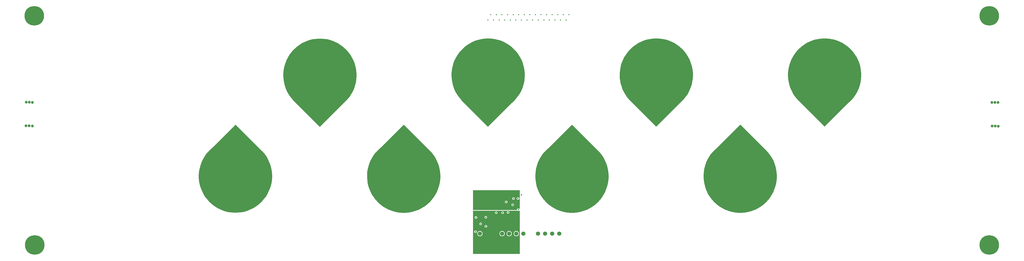
<source format=gbr>
%TF.GenerationSoftware,Altium Limited,Altium Designer,24.4.1 (13)*%
G04 Layer_Physical_Order=3*
G04 Layer_Color=3707366*
%FSLAX45Y45*%
%MOMM*%
%TF.SameCoordinates,4FF739F8-A24E-4C84-90D3-729B67262028*%
%TF.FilePolarity,Positive*%
%TF.FileFunction,Copper,L3,Inr,Signal*%
%TF.Part,Single*%
G01*
G75*
%TA.AperFunction,ComponentPad*%
%ADD19C,6.99999*%
%ADD20C,1.50800*%
%TA.AperFunction,ViaPad*%
%ADD22C,1.00000*%
%ADD24C,0.40000*%
%ADD25C,0.50000*%
G36*
X31419275Y12137722D02*
X31521158Y12121585D01*
X31621463Y12097504D01*
X31719571Y12065627D01*
X31814874Y12026151D01*
X31906787Y11979320D01*
X31994739Y11925421D01*
X32078195Y11864788D01*
X32156635Y11797794D01*
X32229575Y11724853D01*
X32296570Y11646413D01*
X32357202Y11562958D01*
X32411102Y11475004D01*
X32457932Y11383092D01*
X32497409Y11287789D01*
X32529285Y11189683D01*
X32553366Y11089378D01*
X32569504Y10987492D01*
X32577597Y10884655D01*
Y10784456D01*
X32570404Y10687480D01*
X32556055Y10591301D01*
X32534634Y10496448D01*
X32506253Y10403439D01*
X32471069Y10312784D01*
X32429276Y10224980D01*
X32381100Y10140509D01*
X32326810Y10059833D01*
X32266699Y9983394D01*
X32201099Y9911611D01*
X32130368Y9844877D01*
X32092633Y9814218D01*
X31272412Y8994000D01*
X31271213Y8992942D01*
X31269791Y8990272D01*
X31264844Y8986784D01*
X31262201Y8986391D01*
X31250967Y8989931D01*
X30301898Y9939000D01*
X30298700Y9944359D01*
X30271155Y9974306D01*
X30219876Y10037498D01*
X30172610Y10103745D01*
X30129535Y10172791D01*
X30090823Y10244373D01*
X30056616Y10318215D01*
X30027048Y10394034D01*
X30002234Y10471538D01*
X29982266Y10550430D01*
X29967221Y10630408D01*
X29957162Y10711164D01*
X29952121Y10792388D01*
Y10884655D01*
X29960214Y10987492D01*
X29976352Y11089378D01*
X30000433Y11189683D01*
X30032309Y11287789D01*
X30071786Y11383092D01*
X30118616Y11475004D01*
X30172516Y11562958D01*
X30233148Y11646413D01*
X30300143Y11724853D01*
X30373083Y11797794D01*
X30451523Y11864788D01*
X30534979Y11925421D01*
X30622931Y11979320D01*
X30714844Y12026151D01*
X30810147Y12065627D01*
X30908255Y12097504D01*
X31008560Y12121585D01*
X31110443Y12137722D01*
X31213281Y12145816D01*
X31316437D01*
X31419275Y12137722D01*
D02*
G37*
G36*
X25386775D02*
X25488660Y12121585D01*
X25588965Y12097504D01*
X25687073Y12065627D01*
X25782373Y12026151D01*
X25874286Y11979320D01*
X25962241Y11925421D01*
X26045694Y11864788D01*
X26124136Y11797794D01*
X26197076Y11724853D01*
X26264072Y11646413D01*
X26324704Y11562958D01*
X26378601Y11475004D01*
X26425433Y11383092D01*
X26464908Y11287789D01*
X26496786Y11189683D01*
X26520868Y11089378D01*
X26537003Y10987492D01*
X26545099Y10884655D01*
Y10784456D01*
X26537906Y10687480D01*
X26523557Y10591301D01*
X26502133Y10496448D01*
X26473752Y10403439D01*
X26438568Y10312784D01*
X26396774Y10224980D01*
X26348602Y10140509D01*
X26294312Y10059833D01*
X26234198Y9983394D01*
X26168600Y9911611D01*
X26097870Y9844877D01*
X26060132Y9814218D01*
X25239914Y8994000D01*
X25238715Y8992942D01*
X25237289Y8990272D01*
X25232344Y8986784D01*
X25229703Y8986391D01*
X25218468Y8989931D01*
X24269400Y9939000D01*
X24266202Y9944359D01*
X24238655Y9974306D01*
X24187376Y10037498D01*
X24140109Y10103745D01*
X24097037Y10172791D01*
X24058322Y10244373D01*
X24024117Y10318215D01*
X23994548Y10394034D01*
X23969733Y10471538D01*
X23949767Y10550430D01*
X23934723Y10630408D01*
X23924661Y10711164D01*
X23919621Y10792388D01*
Y10884655D01*
X23927715Y10987492D01*
X23943852Y11089378D01*
X23967934Y11189683D01*
X23999809Y11287789D01*
X24039285Y11383092D01*
X24086118Y11475004D01*
X24140016Y11562958D01*
X24200648Y11646413D01*
X24267644Y11724853D01*
X24340585Y11797794D01*
X24419025Y11864788D01*
X24502480Y11925421D01*
X24590433Y11979320D01*
X24682346Y12026151D01*
X24777647Y12065627D01*
X24875755Y12097504D01*
X24976060Y12121585D01*
X25077945Y12137722D01*
X25180782Y12145816D01*
X25283937D01*
X25386775Y12137722D01*
D02*
G37*
G36*
X19360712Y12135611D02*
X19462598Y12119474D01*
X19562901Y12095393D01*
X19661009Y12063516D01*
X19756313Y12024040D01*
X19848224Y11977209D01*
X19936179Y11923310D01*
X20019632Y11862677D01*
X20098071Y11795683D01*
X20171014Y11722742D01*
X20238008Y11644302D01*
X20298640Y11560847D01*
X20352539Y11472893D01*
X20399371Y11380981D01*
X20438847Y11285678D01*
X20470723Y11187572D01*
X20494804Y11087267D01*
X20510941Y10985381D01*
X20519035Y10882544D01*
Y10782345D01*
X20511842Y10685369D01*
X20497495Y10589190D01*
X20476071Y10494337D01*
X20447690Y10401328D01*
X20412506Y10310673D01*
X20370712Y10222869D01*
X20322539Y10138398D01*
X20268246Y10057722D01*
X20208138Y9981283D01*
X20142537Y9909500D01*
X20071806Y9842766D01*
X20034068Y9812107D01*
X19213850Y8991889D01*
X19212653Y8990831D01*
X19211227Y8988161D01*
X19206281Y8984673D01*
X19203641Y8984280D01*
X19192406Y8987820D01*
X18243336Y9936889D01*
X18240138Y9942248D01*
X18212592Y9972195D01*
X18161313Y10035387D01*
X18114047Y10101634D01*
X18070975Y10170680D01*
X18032260Y10242262D01*
X17998053Y10316104D01*
X17968486Y10391923D01*
X17943671Y10469427D01*
X17923703Y10548319D01*
X17908659Y10628297D01*
X17898599Y10709053D01*
X17893559Y10790277D01*
Y10882544D01*
X17901653Y10985381D01*
X17917789Y11087267D01*
X17941872Y11187572D01*
X17973747Y11285678D01*
X18013223Y11380981D01*
X18060056Y11472893D01*
X18113953Y11560847D01*
X18174586Y11644302D01*
X18241580Y11722742D01*
X18314522Y11795683D01*
X18392963Y11862677D01*
X18476416Y11923310D01*
X18564371Y11977209D01*
X18656282Y12024040D01*
X18751585Y12063516D01*
X18849692Y12095393D01*
X18949997Y12119474D01*
X19051881Y12135611D01*
X19154720Y12143705D01*
X19257875D01*
X19360712Y12135611D01*
D02*
G37*
G36*
X13332774Y12130722D02*
X13434660Y12114585D01*
X13534966Y12090504D01*
X13633072Y12058627D01*
X13728374Y12019151D01*
X13820287Y11972320D01*
X13908241Y11918421D01*
X13991695Y11857788D01*
X14070135Y11790794D01*
X14143077Y11717853D01*
X14210071Y11639413D01*
X14270705Y11555958D01*
X14324602Y11468004D01*
X14371434Y11376092D01*
X14410909Y11280789D01*
X14442786Y11182683D01*
X14466867Y11082378D01*
X14483005Y10980492D01*
X14491098Y10877655D01*
Y10777456D01*
X14483904Y10680480D01*
X14469557Y10584301D01*
X14448134Y10489448D01*
X14419753Y10396439D01*
X14384569Y10305784D01*
X14342775Y10217980D01*
X14294601Y10133509D01*
X14240311Y10052833D01*
X14180199Y9976394D01*
X14114600Y9904611D01*
X14043869Y9837877D01*
X14006133Y9807218D01*
X13185915Y8987000D01*
X13184715Y8985942D01*
X13183290Y8983272D01*
X13178345Y8979784D01*
X13175703Y8979391D01*
X13164468Y8982931D01*
X12215400Y9932000D01*
X12212202Y9937359D01*
X12184655Y9967306D01*
X12133376Y10030498D01*
X12086110Y10096745D01*
X12043037Y10165791D01*
X12004322Y10237373D01*
X11970116Y10311215D01*
X11940548Y10387034D01*
X11915733Y10464538D01*
X11895766Y10543430D01*
X11880723Y10623408D01*
X11870662Y10704164D01*
X11865622Y10785388D01*
Y10877655D01*
X11873715Y10980492D01*
X11889852Y11082378D01*
X11913933Y11182683D01*
X11945810Y11280789D01*
X11985286Y11376092D01*
X12032117Y11468004D01*
X12086016Y11555958D01*
X12146649Y11639413D01*
X12213643Y11717853D01*
X12286585Y11790794D01*
X12365025Y11857788D01*
X12448479Y11918421D01*
X12536433Y11972320D01*
X12628345Y12019151D01*
X12723648Y12058627D01*
X12821754Y12090504D01*
X12922060Y12114585D01*
X13023946Y12130722D01*
X13126782Y12138816D01*
X13229938D01*
X13332774Y12130722D01*
D02*
G37*
G36*
X20332191Y6700000D02*
X20341156Y6691003D01*
X20338828Y6029363D01*
X20326118Y6026858D01*
X20325648Y6027990D01*
X20312990Y6040649D01*
X20296451Y6047500D01*
X20278549D01*
X20262010Y6040649D01*
X20249352Y6027990D01*
X20242500Y6011451D01*
Y5993549D01*
X20240128Y5990000D01*
X18667500D01*
Y6700000D01*
X20332191Y6700000D01*
D02*
G37*
G36*
X20337500Y4415000D02*
X18662500D01*
Y5817500D01*
Y5962500D01*
X20266479D01*
X20278549Y5957500D01*
X20296451D01*
X20308521Y5962500D01*
X20337500D01*
Y4415000D01*
D02*
G37*
G36*
X10162571Y9049320D02*
X10164711Y9047180D01*
X11113780Y8098111D01*
X11116978Y8092752D01*
X11144525Y8062804D01*
X11195803Y7999612D01*
X11243070Y7933366D01*
X11286143Y7864320D01*
X11324857Y7792738D01*
X11359064Y7718896D01*
X11388631Y7643077D01*
X11413446Y7565573D01*
X11433414Y7486680D01*
X11448457Y7406703D01*
X11458518Y7325947D01*
X11463558Y7244723D01*
Y7204033D01*
Y7152456D01*
X11455464Y7049618D01*
X11439327Y6947733D01*
X11415246Y6847428D01*
X11383369Y6749322D01*
X11343894Y6654019D01*
X11297062Y6562107D01*
X11243164Y6474152D01*
X11182531Y6390698D01*
X11115537Y6312258D01*
X11042595Y6239316D01*
X10964155Y6172322D01*
X10880701Y6111689D01*
X10792747Y6057791D01*
X10700834Y6010959D01*
X10605531Y5971484D01*
X10507425Y5939607D01*
X10407120Y5915526D01*
X10305235Y5899389D01*
X10202397Y5891295D01*
X10099242D01*
X9996405Y5899389D01*
X9894520Y5915526D01*
X9794215Y5939607D01*
X9696108Y5971484D01*
X9600805Y6010959D01*
X9508893Y6057791D01*
X9420939Y6111689D01*
X9337484Y6172322D01*
X9259045Y6239316D01*
X9186103Y6312258D01*
X9119109Y6390698D01*
X9058476Y6474152D01*
X9004577Y6562107D01*
X8957746Y6654019D01*
X8918270Y6749322D01*
X8886393Y6847428D01*
X8862312Y6947733D01*
X8846175Y7049618D01*
X8838082Y7152456D01*
Y7204033D01*
Y7252655D01*
X8845275Y7349631D01*
X8859623Y7445810D01*
X8881046Y7540663D01*
X8909427Y7633672D01*
X8944611Y7724327D01*
X8986404Y7812130D01*
X9034579Y7896602D01*
X9088870Y7977278D01*
X9148980Y8053717D01*
X9214580Y8125500D01*
X9285311Y8192233D01*
X9323047Y8222892D01*
X9323048Y8222893D01*
X10143266Y9043111D01*
X10144465Y9044168D01*
X10145889Y9046839D01*
X10150836Y9050327D01*
X10156823Y9051218D01*
X10162571Y9049320D01*
D02*
G37*
G36*
X28250272Y9046209D02*
X28252414Y9044069D01*
X29201483Y8095000D01*
X29204681Y8089641D01*
X29232227Y8059693D01*
X29283505Y7996501D01*
X29330771Y7930255D01*
X29373846Y7861209D01*
X29412558Y7789627D01*
X29446765Y7715785D01*
X29476334Y7639966D01*
X29501151Y7562462D01*
X29521115Y7483569D01*
X29536160Y7403592D01*
X29546219Y7322836D01*
X29551260Y7241612D01*
Y7200922D01*
Y7149345D01*
X29543167Y7046507D01*
X29527029Y6944622D01*
X29502948Y6844317D01*
X29471072Y6746211D01*
X29431595Y6650908D01*
X29384763Y6558996D01*
X29330865Y6471041D01*
X29270233Y6387587D01*
X29203238Y6309147D01*
X29130298Y6236205D01*
X29051859Y6169211D01*
X28968402Y6108578D01*
X28880450Y6054680D01*
X28788538Y6007848D01*
X28693234Y5968373D01*
X28595126Y5936496D01*
X28494821Y5912415D01*
X28392938Y5896278D01*
X28290100Y5888184D01*
X28186945D01*
X28084106Y5896278D01*
X27982224Y5912415D01*
X27881918Y5936496D01*
X27783810Y5968373D01*
X27688507Y6007848D01*
X27596594Y6054680D01*
X27508640Y6108578D01*
X27425186Y6169211D01*
X27346747Y6236205D01*
X27273804Y6309147D01*
X27206812Y6387587D01*
X27146179Y6471041D01*
X27092279Y6558996D01*
X27045447Y6650908D01*
X27005972Y6746211D01*
X26974097Y6844317D01*
X26950015Y6944622D01*
X26933878Y7046507D01*
X26925784Y7149345D01*
Y7200922D01*
Y7249544D01*
X26932977Y7346520D01*
X26947324Y7442699D01*
X26968747Y7537552D01*
X26997128Y7630561D01*
X27032312Y7721216D01*
X27074106Y7809019D01*
X27122281Y7893491D01*
X27176572Y7974167D01*
X27236682Y8050606D01*
X27302283Y8122389D01*
X27373013Y8189122D01*
X27410751Y8219781D01*
X27410751Y8219782D01*
X28230969Y9040000D01*
X28232166Y9041057D01*
X28233591Y9043728D01*
X28238538Y9047216D01*
X28244525Y9048107D01*
X28250272Y9046209D01*
D02*
G37*
G36*
X22221039D02*
X22223180Y9044069D01*
X23172247Y8095000D01*
X23175446Y8089641D01*
X23202992Y8059693D01*
X23254271Y7996501D01*
X23301538Y7930255D01*
X23344611Y7861209D01*
X23383325Y7789627D01*
X23417532Y7715785D01*
X23447099Y7639966D01*
X23471915Y7562462D01*
X23491882Y7483569D01*
X23506924Y7403592D01*
X23516986Y7322836D01*
X23522026Y7241612D01*
Y7200922D01*
Y7149345D01*
X23513931Y7046507D01*
X23497797Y6944622D01*
X23473714Y6844317D01*
X23441838Y6746211D01*
X23402362Y6650908D01*
X23355530Y6558996D01*
X23301633Y6471041D01*
X23240999Y6387587D01*
X23174005Y6309147D01*
X23101064Y6236205D01*
X23022623Y6169211D01*
X22939169Y6108578D01*
X22851215Y6054680D01*
X22759302Y6007848D01*
X22664000Y5968373D01*
X22565894Y5936496D01*
X22465588Y5912415D01*
X22363702Y5896278D01*
X22260866Y5888184D01*
X22157710D01*
X22054874Y5896278D01*
X21952988Y5912415D01*
X21852682Y5936496D01*
X21754576Y5968373D01*
X21659273Y6007848D01*
X21567361Y6054680D01*
X21479407Y6108578D01*
X21395953Y6169211D01*
X21317513Y6236205D01*
X21244571Y6309147D01*
X21177577Y6387587D01*
X21116943Y6471041D01*
X21063046Y6558996D01*
X21016214Y6650908D01*
X20976738Y6746211D01*
X20944862Y6844317D01*
X20920779Y6944622D01*
X20904643Y7046507D01*
X20896550Y7149345D01*
Y7200922D01*
Y7249544D01*
X20903743Y7346520D01*
X20918091Y7442699D01*
X20939514Y7537552D01*
X20967896Y7630561D01*
X21003079Y7721216D01*
X21044873Y7809019D01*
X21093047Y7893491D01*
X21147337Y7974167D01*
X21207448Y8050606D01*
X21273048Y8122389D01*
X21343779Y8189122D01*
X21381516Y8219781D01*
X21381516Y8219782D01*
X22201733Y9040000D01*
X22202933Y9041057D01*
X22204356Y9043728D01*
X22209303Y9047216D01*
X22215291Y9048107D01*
X22221039Y9046209D01*
D02*
G37*
G36*
X16191805D02*
X16193945Y9044069D01*
X17143015Y8095000D01*
X17146211Y8089641D01*
X17173759Y8059693D01*
X17225037Y7996501D01*
X17272304Y7930255D01*
X17315376Y7861209D01*
X17354091Y7789627D01*
X17388298Y7715785D01*
X17417865Y7639966D01*
X17442680Y7562462D01*
X17462648Y7483569D01*
X17477692Y7403592D01*
X17487752Y7322836D01*
X17492792Y7241612D01*
Y7200922D01*
Y7149345D01*
X17484698Y7046507D01*
X17468561Y6944622D01*
X17444479Y6844317D01*
X17412604Y6746211D01*
X17373128Y6650908D01*
X17326295Y6558996D01*
X17272398Y6471041D01*
X17211765Y6387587D01*
X17144771Y6309147D01*
X17071829Y6236205D01*
X16993388Y6169211D01*
X16909935Y6108578D01*
X16821980Y6054680D01*
X16730067Y6007848D01*
X16634766Y5968373D01*
X16536659Y5936496D01*
X16436354Y5912415D01*
X16334470Y5896278D01*
X16231631Y5888184D01*
X16128476D01*
X16025639Y5896278D01*
X15923753Y5912415D01*
X15823450Y5936496D01*
X15725342Y5968373D01*
X15630038Y6007848D01*
X15538127Y6054680D01*
X15450172Y6108578D01*
X15366719Y6169211D01*
X15288280Y6236205D01*
X15215337Y6309147D01*
X15148343Y6387587D01*
X15087711Y6471041D01*
X15033810Y6558996D01*
X14986980Y6650908D01*
X14947504Y6746211D01*
X14915628Y6844317D01*
X14891547Y6944622D01*
X14875409Y7046507D01*
X14867316Y7149345D01*
Y7200922D01*
Y7249544D01*
X14874509Y7346520D01*
X14888857Y7442699D01*
X14910280Y7537552D01*
X14938661Y7630561D01*
X14973845Y7721216D01*
X15015639Y7809019D01*
X15063812Y7893491D01*
X15118105Y7974167D01*
X15178214Y8050606D01*
X15243814Y8122389D01*
X15314545Y8189122D01*
X15352281Y8219781D01*
X15352283Y8219782D01*
X16172501Y9040000D01*
X16173698Y9041057D01*
X16175124Y9043728D01*
X16180070Y9047216D01*
X16186057Y9048107D01*
X16191805Y9046209D01*
D02*
G37*
%LPC*%
G36*
X20283951Y6447500D02*
X20266049D01*
X20249510Y6440649D01*
X20236852Y6427990D01*
X20230000Y6411451D01*
Y6393549D01*
X20236852Y6377010D01*
X20249510Y6364351D01*
X20266049Y6357500D01*
X20283951D01*
X20300491Y6364351D01*
X20313148Y6377010D01*
X20320000Y6393549D01*
Y6411451D01*
X20313148Y6427990D01*
X20300491Y6440649D01*
X20283951Y6447500D01*
D02*
G37*
G36*
X20126451D02*
X20108549D01*
X20092010Y6440649D01*
X20079350Y6427990D01*
X20072501Y6411451D01*
Y6393549D01*
X20079350Y6377010D01*
X20092010Y6364351D01*
X20108549Y6357500D01*
X20126451D01*
X20142990Y6364351D01*
X20155649Y6377010D01*
X20162500Y6393549D01*
Y6411451D01*
X20155649Y6427990D01*
X20142990Y6440649D01*
X20126451Y6447500D01*
D02*
G37*
G36*
X19861452Y6322500D02*
X19843549D01*
X19827010Y6315649D01*
X19814351Y6302990D01*
X19807500Y6286451D01*
Y6268549D01*
X19814351Y6252010D01*
X19827010Y6239351D01*
X19843549Y6232500D01*
X19861452D01*
X19877991Y6239351D01*
X19890649Y6252010D01*
X19897501Y6268549D01*
Y6286451D01*
X19890649Y6302990D01*
X19877991Y6315649D01*
X19861452Y6322500D01*
D02*
G37*
G36*
X20093951Y6220000D02*
X20076048D01*
X20059509Y6213149D01*
X20046851Y6200491D01*
X20039999Y6183951D01*
Y6166049D01*
X20046851Y6149510D01*
X20059509Y6136851D01*
X20076048Y6130000D01*
X20093951D01*
X20110490Y6136851D01*
X20123149Y6149510D01*
X20130000Y6166049D01*
Y6183951D01*
X20123149Y6200491D01*
X20110490Y6213149D01*
X20093951Y6220000D01*
D02*
G37*
G36*
X19931451Y5947500D02*
X19913548D01*
X19897009Y5940649D01*
X19884351Y5927990D01*
X19877499Y5911451D01*
Y5893549D01*
X19884351Y5877010D01*
X19897009Y5864351D01*
X19913548Y5857500D01*
X19931451D01*
X19947990Y5864351D01*
X19960649Y5877010D01*
X19967500Y5893549D01*
Y5911451D01*
X19960649Y5927990D01*
X19947990Y5940649D01*
X19931451Y5947500D01*
D02*
G37*
G36*
X19731451Y5940000D02*
X19713548D01*
X19697009Y5933149D01*
X19684351Y5920490D01*
X19677499Y5903951D01*
Y5886049D01*
X19684351Y5869509D01*
X19697009Y5856851D01*
X19713548Y5850000D01*
X19731451D01*
X19747990Y5856851D01*
X19760649Y5869509D01*
X19767500Y5886049D01*
Y5903951D01*
X19760649Y5920490D01*
X19747990Y5933149D01*
X19731451Y5940000D01*
D02*
G37*
G36*
X19503951D02*
X19486049D01*
X19469510Y5933149D01*
X19456851Y5920490D01*
X19450000Y5903951D01*
Y5886049D01*
X19456851Y5869509D01*
X19469510Y5856851D01*
X19486049Y5850000D01*
X19503951D01*
X19520491Y5856851D01*
X19533150Y5869509D01*
X19539999Y5886049D01*
Y5903951D01*
X19533150Y5920490D01*
X19520491Y5933149D01*
X19503951Y5940000D01*
D02*
G37*
G36*
X19131451Y5772500D02*
X19113548D01*
X19097009Y5765649D01*
X19084351Y5752991D01*
X19077499Y5736451D01*
Y5718549D01*
X19084351Y5702010D01*
X19097009Y5689351D01*
X19113548Y5682500D01*
X19131451D01*
X19147990Y5689351D01*
X19160649Y5702010D01*
X19167500Y5718549D01*
Y5736451D01*
X19160649Y5752991D01*
X19147990Y5765649D01*
X19131451Y5772500D01*
D02*
G37*
G36*
X18776451Y5765000D02*
X18758549D01*
X18742010Y5758149D01*
X18729350Y5745490D01*
X18722501Y5728951D01*
Y5711049D01*
X18729350Y5694510D01*
X18742010Y5681851D01*
X18758549Y5675000D01*
X18776451D01*
X18792990Y5681851D01*
X18805649Y5694510D01*
X18812500Y5711049D01*
Y5728951D01*
X18805649Y5745490D01*
X18792990Y5758149D01*
X18776451Y5765000D01*
D02*
G37*
G36*
X18943951Y5537500D02*
X18926048D01*
X18909509Y5530649D01*
X18896851Y5517990D01*
X18889999Y5501451D01*
Y5483549D01*
X18896851Y5467010D01*
X18909509Y5454351D01*
X18926048Y5447500D01*
X18943951D01*
X18960490Y5454351D01*
X18973149Y5467010D01*
X18980000Y5483549D01*
Y5501451D01*
X18973149Y5517990D01*
X18960490Y5530649D01*
X18943951Y5537500D01*
D02*
G37*
G36*
X19133951Y5450000D02*
X19116049D01*
X19099510Y5443149D01*
X19086852Y5430491D01*
X19080000Y5413951D01*
Y5396049D01*
X19086852Y5379510D01*
X19099510Y5366851D01*
X19116049Y5360000D01*
X19133951D01*
X19150491Y5366851D01*
X19163148Y5379510D01*
X19170000Y5396049D01*
Y5413951D01*
X19163148Y5430491D01*
X19150491Y5443149D01*
X19133951Y5450000D01*
D02*
G37*
G36*
X18763951Y5255000D02*
X18746049D01*
X18729510Y5248149D01*
X18716850Y5235490D01*
X18710001Y5218951D01*
Y5201049D01*
X18716850Y5184510D01*
X18729510Y5171851D01*
X18746049Y5165000D01*
X18763951D01*
X18780492Y5171851D01*
X18793149Y5184510D01*
X18800000Y5201049D01*
Y5218951D01*
X18793149Y5235490D01*
X18780492Y5248149D01*
X18763951Y5255000D01*
D02*
G37*
G36*
X20226060Y5237900D02*
X20200941D01*
X20176677Y5231398D01*
X20154922Y5218839D01*
X20137161Y5201077D01*
X20124602Y5179323D01*
X20118100Y5155060D01*
Y5129940D01*
X20124602Y5105677D01*
X20137161Y5083923D01*
X20154922Y5066161D01*
X20176677Y5053602D01*
X20200941Y5047100D01*
X20226060D01*
X20250323Y5053602D01*
X20272076Y5066161D01*
X20289839Y5083923D01*
X20302399Y5105677D01*
X20308900Y5129940D01*
Y5155060D01*
X20302399Y5179323D01*
X20289839Y5201077D01*
X20272076Y5218839D01*
X20250323Y5231398D01*
X20226060Y5237900D01*
D02*
G37*
G36*
X19972060D02*
X19946941D01*
X19922678Y5231398D01*
X19900923Y5218839D01*
X19883160Y5201077D01*
X19870602Y5179323D01*
X19864101Y5155060D01*
Y5129940D01*
X19870602Y5105677D01*
X19883160Y5083923D01*
X19900923Y5066161D01*
X19922678Y5053602D01*
X19946941Y5047100D01*
X19972060D01*
X19996323Y5053602D01*
X20018077Y5066161D01*
X20035838Y5083923D01*
X20048399Y5105677D01*
X20054900Y5129940D01*
Y5155060D01*
X20048399Y5179323D01*
X20035838Y5201077D01*
X20018077Y5218839D01*
X19996323Y5231398D01*
X19972060Y5237900D01*
D02*
G37*
G36*
X19718060D02*
X19692941D01*
X19668677Y5231398D01*
X19646922Y5218839D01*
X19629161Y5201077D01*
X19616602Y5179323D01*
X19610100Y5155060D01*
Y5129940D01*
X19616602Y5105677D01*
X19629161Y5083923D01*
X19646922Y5066161D01*
X19668677Y5053602D01*
X19692941Y5047100D01*
X19718060D01*
X19742323Y5053602D01*
X19764078Y5066161D01*
X19781839Y5083923D01*
X19794398Y5105677D01*
X19800900Y5129940D01*
Y5155060D01*
X19794398Y5179323D01*
X19781839Y5201077D01*
X19764078Y5218839D01*
X19742323Y5231398D01*
X19718060Y5237900D01*
D02*
G37*
G36*
X18923560D02*
X18898441D01*
X18874178Y5231398D01*
X18852423Y5218839D01*
X18834660Y5201077D01*
X18822102Y5179323D01*
X18815601Y5155060D01*
Y5129940D01*
X18822102Y5105677D01*
X18834660Y5083923D01*
X18852423Y5066161D01*
X18874178Y5053602D01*
X18898441Y5047100D01*
X18923560D01*
X18947823Y5053602D01*
X18969577Y5066161D01*
X18987338Y5083923D01*
X18999898Y5105677D01*
X19006400Y5129940D01*
Y5155060D01*
X18999898Y5179323D01*
X18987338Y5201077D01*
X18969577Y5218839D01*
X18947823Y5231398D01*
X18923560Y5237900D01*
D02*
G37*
%LPD*%
D19*
X37164999Y4732500D02*
D03*
Y12952499D02*
D03*
X2955000Y4732500D02*
D03*
X2937500Y12952499D02*
D03*
D20*
X19164999Y5142500D02*
D03*
X18911000D02*
D03*
X19705499D02*
D03*
X19959500D02*
D03*
X20213499D02*
D03*
X20467500D02*
D03*
X20991000D02*
D03*
X21245000D02*
D03*
X21499001D02*
D03*
X21753000D02*
D03*
D22*
X37485001Y8997500D02*
D03*
X37262500Y9000000D02*
D03*
X37373749D02*
D03*
X37477499Y9847500D02*
D03*
X37254999Y9850000D02*
D03*
X37366251D02*
D03*
X2872500Y9852500D02*
D03*
X2650000Y9855000D02*
D03*
X2761250D02*
D03*
X2870000Y9005000D02*
D03*
X2647500Y9007500D02*
D03*
X2758750D02*
D03*
D24*
X22100012Y13000008D02*
D03*
X22000012Y12800008D02*
D03*
X21900012Y13000008D02*
D03*
X21800012Y12800008D02*
D03*
X21700012Y13000008D02*
D03*
X21600012Y12800008D02*
D03*
X21500012Y13000008D02*
D03*
X21400012Y12800008D02*
D03*
X21300012Y13000008D02*
D03*
X21200011Y12800008D02*
D03*
X21100011Y13000008D02*
D03*
X21000011Y12800008D02*
D03*
X20900011Y13000008D02*
D03*
X20800011Y12800008D02*
D03*
X20700011Y13000008D02*
D03*
X20600011Y12800008D02*
D03*
X20500011Y13000008D02*
D03*
X20400011Y12800008D02*
D03*
X20300011Y13000008D02*
D03*
X20200011Y12800008D02*
D03*
X20100011Y13000008D02*
D03*
X20000011Y12800008D02*
D03*
X19900011Y13000008D02*
D03*
X19800011Y12800008D02*
D03*
X19700011Y13000008D02*
D03*
X19600011Y12800008D02*
D03*
X19500011Y13000008D02*
D03*
X19400011Y12800008D02*
D03*
X19300011Y13000008D02*
D03*
X19200011Y12800008D02*
D03*
D25*
X19922501Y5902500D02*
D03*
X20085001Y6175000D02*
D03*
X20117500Y6402500D02*
D03*
X20287500Y6002500D02*
D03*
X20275000Y6402500D02*
D03*
X19852499Y6277500D02*
D03*
D03*
X19125000Y5405000D02*
D03*
X18935001Y5492500D02*
D03*
X19122501Y5727500D02*
D03*
X18755000Y5210000D02*
D03*
X18767500Y5720000D02*
D03*
X19495000Y5895000D02*
D03*
D03*
X19722501D02*
D03*
X20397501Y6530000D02*
D03*
X13172501Y9010000D02*
D03*
X16185915Y9017000D02*
D03*
X10156680Y9020111D02*
D03*
X31259000Y9017000D02*
D03*
X28244382D02*
D03*
X25226500D02*
D03*
X22215147D02*
D03*
X19200531D02*
D03*
%TF.MD5,06b03684528b52c3586ff9cf2ca16cbd*%
M02*

</source>
